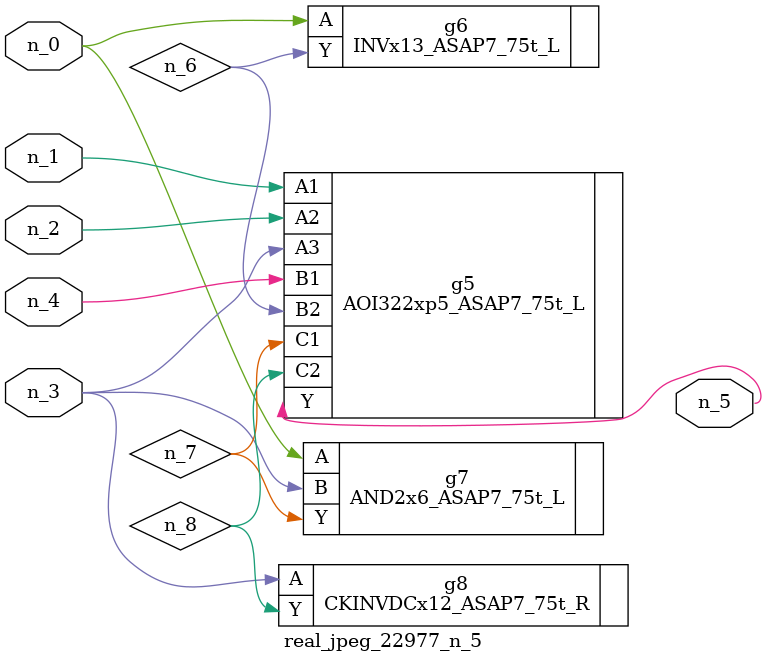
<source format=v>
module real_jpeg_22977_n_5 (n_4, n_0, n_1, n_2, n_3, n_5);

input n_4;
input n_0;
input n_1;
input n_2;
input n_3;

output n_5;

wire n_8;
wire n_6;
wire n_7;

INVx13_ASAP7_75t_L g6 ( 
.A(n_0),
.Y(n_6)
);

AND2x6_ASAP7_75t_L g7 ( 
.A(n_0),
.B(n_3),
.Y(n_7)
);

AOI322xp5_ASAP7_75t_L g5 ( 
.A1(n_1),
.A2(n_2),
.A3(n_3),
.B1(n_4),
.B2(n_6),
.C1(n_7),
.C2(n_8),
.Y(n_5)
);

CKINVDCx12_ASAP7_75t_R g8 ( 
.A(n_3),
.Y(n_8)
);


endmodule
</source>
